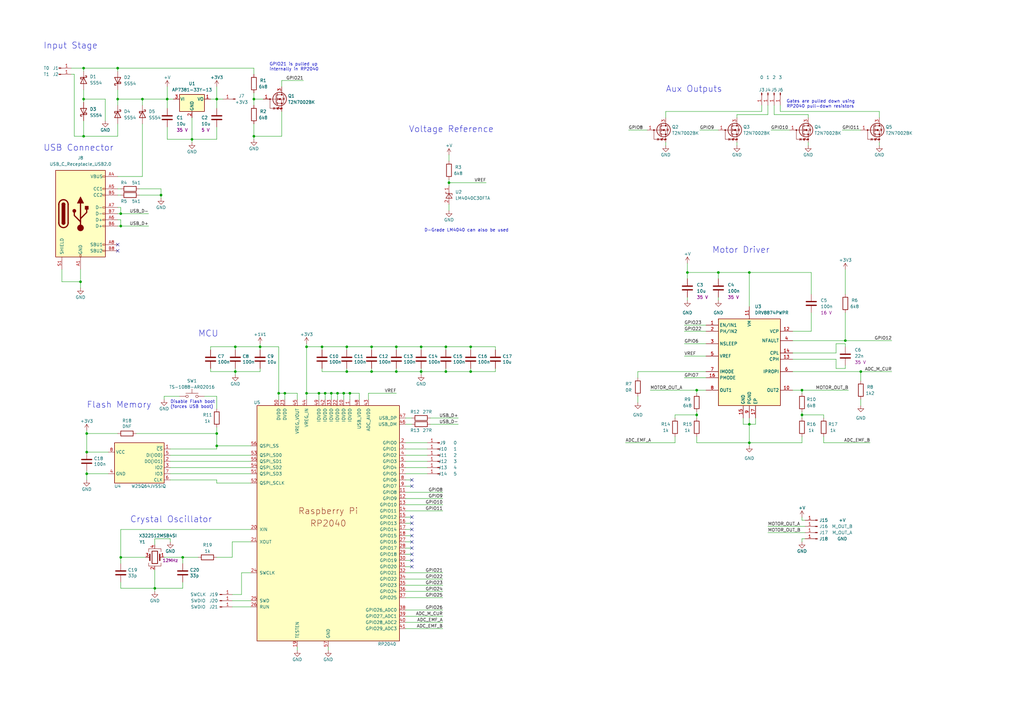
<source format=kicad_sch>
(kicad_sch (version 20230121) (generator eeschema)
  (paper "A3")
  (title_block (title "RP2040-Decoder (USB)") (date "2023-12-03") (rev "0.4"))
  (junction (at 184.15 74.93))
  (junction (at 182.88 152.4))
  (junction (at 48.26 27.94))
  (junction (at 193.04 142.24))
  (junction (at 143.51 161.29))
  (junction (at 142.24 152.4))
  (junction (at 182.88 142.24))
  (junction (at 34.29 40.64))
  (junction (at 66.04 80.01))
  (junction (at 49.53 228.6))
  (junction (at 162.56 142.24))
  (junction (at 132.08 142.24))
  (junction (at 152.4 142.24))
  (junction (at 33.02 115.57))
  (junction (at 172.72 152.4))
  (junction (at 328.93 160.02))
  (junction (at 104.14 40.64))
  (junction (at 328.93 170.18))
  (junction (at 96.52 152.4))
  (junction (at 49.53 92.71))
  (junction (at 140.97 161.29))
  (junction (at 114.3 161.29))
  (junction (at 96.52 142.24))
  (junction (at 353.06 152.4))
  (junction (at 133.35 161.29))
  (junction (at 88.9 40.64))
  (junction (at 88.9 177.8))
  (junction (at 104.14 55.88))
  (junction (at 63.5 241.3))
  (junction (at 35.56 194.31))
  (junction (at 48.26 40.64))
  (junction (at 116.84 161.29))
  (junction (at 285.75 170.18))
  (junction (at 307.34 111.76))
  (junction (at 125.73 142.24))
  (junction (at 138.43 161.29))
  (junction (at 172.72 142.24))
  (junction (at 68.58 40.64))
  (junction (at 74.93 228.6))
  (junction (at 307.34 181.61))
  (junction (at 49.53 87.63))
  (junction (at 125.73 161.29))
  (junction (at 106.68 142.24))
  (junction (at 307.34 173.99))
  (junction (at 294.64 111.76))
  (junction (at 193.04 152.4))
  (junction (at 35.56 177.8))
  (junction (at 346.71 139.7))
  (junction (at 162.56 152.4))
  (junction (at 152.4 152.4))
  (junction (at 281.94 111.76))
  (junction (at 130.81 161.29))
  (junction (at 34.29 27.94))
  (junction (at 34.29 55.88))
  (junction (at 35.56 185.42))
  (junction (at 135.89 161.29))
  (junction (at 142.24 142.24))
  (junction (at 58.42 40.64))
  (junction (at 88.9 182.88))
  (junction (at 285.75 160.02))
  (junction (at 78.74 57.15))
  (no_connect (at 168.91 229.87))
  (no_connect (at 168.91 217.17))
  (no_connect (at 168.91 196.85))
  (no_connect (at 168.91 212.09))
  (no_connect (at 168.91 219.71))
  (no_connect (at 168.91 214.63))
  (no_connect (at 168.91 222.25))
  (no_connect (at 168.91 227.33))
  (no_connect (at 48.26 102.87))
  (no_connect (at 168.91 199.39))
  (no_connect (at 168.91 232.41))
  (no_connect (at 48.26 100.33))
  (no_connect (at 168.91 224.79))
  (wire (pts (xy 68.58 35.56) (xy 68.58 40.64)))
  (wire (pts (xy 48.26 72.39) (xy 58.42 72.39)))
  (wire (pts (xy 88.9 182.88) (xy 102.87 182.88)))
  (wire (pts (xy 360.68 58.42) (xy 360.68 59.69)))
  (wire (pts (xy 307.34 173.99) (xy 307.34 181.61)))
  (wire (pts (xy 33.02 115.57) (xy 33.02 118.11)))
  (wire (pts (xy 121.92 265.43) (xy 121.92 266.7)))
  (wire (pts (xy 48.26 92.71) (xy 49.53 92.71)))
  (wire (pts (xy 257.81 53.34) (xy 265.43 53.34)))
  (wire (pts (xy 48.26 27.94) (xy 104.14 27.94)))
  (wire (pts (xy 132.08 143.51) (xy 132.08 142.24)))
  (wire (pts (xy 193.04 142.24) (xy 193.04 143.51)))
  (wire (pts (xy 172.72 153.67) (xy 172.72 152.4)))
  (wire (pts (xy 280.67 154.94) (xy 289.56 154.94)))
  (wire (pts (xy 316.23 53.34) (xy 323.85 53.34)))
  (wire (pts (xy 74.93 228.6) (xy 81.28 228.6)))
  (wire (pts (xy 34.29 40.64) (xy 34.29 41.91)))
  (wire (pts (xy 261.62 162.56) (xy 261.62 165.1)))
  (wire (pts (xy 66.04 80.01) (xy 66.04 81.28)))
  (wire (pts (xy 130.81 161.29) (xy 133.35 161.29)))
  (wire (pts (xy 166.37 250.19) (xy 181.61 250.19)))
  (wire (pts (xy 96.52 142.24) (xy 106.68 142.24)))
  (wire (pts (xy 74.93 238.76) (xy 74.93 241.3)))
  (wire (pts (xy 140.97 161.29) (xy 140.97 163.83)))
  (wire (pts (xy 116.84 161.29) (xy 116.84 163.83)))
  (wire (pts (xy 276.86 170.18) (xy 285.75 170.18)))
  (wire (pts (xy 142.24 142.24) (xy 142.24 143.51)))
  (wire (pts (xy 125.73 161.29) (xy 125.73 163.83)))
  (wire (pts (xy 66.04 77.47) (xy 66.04 80.01)))
  (wire (pts (xy 48.26 50.8) (xy 48.26 55.88)))
  (wire (pts (xy 63.5 220.98) (xy 69.85 220.98)))
  (wire (pts (xy 86.36 40.64) (xy 88.9 40.64)))
  (wire (pts (xy 25.4 115.57) (xy 33.02 115.57)))
  (wire (pts (xy 172.72 142.24) (xy 172.72 143.51)))
  (wire (pts (xy 176.53 173.99) (xy 187.96 173.99)))
  (wire (pts (xy 280.67 135.89) (xy 289.56 135.89)))
  (wire (pts (xy 328.93 168.91) (xy 328.93 170.18)))
  (wire (pts (xy 96.52 152.4) (xy 96.52 151.13)))
  (wire (pts (xy 166.37 232.41) (xy 168.91 232.41)))
  (wire (pts (xy 78.74 57.15) (xy 88.9 57.15)))
  (wire (pts (xy 25.4 110.49) (xy 25.4 115.57)))
  (wire (pts (xy 182.88 142.24) (xy 193.04 142.24)))
  (wire (pts (xy 96.52 142.24) (xy 96.52 143.51)))
  (wire (pts (xy 88.9 162.56) (xy 88.9 167.64)))
  (wire (pts (xy 86.36 152.4) (xy 96.52 152.4)))
  (wire (pts (xy 314.96 43.18) (xy 314.96 46.99)))
  (wire (pts (xy 273.05 58.42) (xy 273.05 59.69)))
  (wire (pts (xy 106.68 152.4) (xy 96.52 152.4)))
  (wire (pts (xy 68.58 40.64) (xy 68.58 44.45)))
  (wire (pts (xy 182.88 152.4) (xy 193.04 152.4)))
  (wire (pts (xy 328.93 220.98) (xy 328.93 222.25)))
  (wire (pts (xy 49.53 90.17) (xy 49.53 92.71)))
  (wire (pts (xy 331.47 46.99) (xy 331.47 48.26)))
  (wire (pts (xy 342.9 151.13) (xy 346.71 151.13)))
  (wire (pts (xy 48.26 90.17) (xy 49.53 90.17)))
  (wire (pts (xy 106.68 142.24) (xy 106.68 143.51)))
  (wire (pts (xy 99.06 243.84) (xy 99.06 234.95)))
  (wire (pts (xy 307.34 111.76) (xy 332.74 111.76)))
  (wire (pts (xy 48.26 36.83) (xy 48.26 40.64)))
  (wire (pts (xy 121.92 161.29) (xy 116.84 161.29)))
  (wire (pts (xy 125.73 142.24) (xy 125.73 161.29)))
  (wire (pts (xy 143.51 161.29) (xy 143.51 163.83)))
  (wire (pts (xy 166.37 252.73) (xy 181.61 252.73)))
  (wire (pts (xy 142.24 151.13) (xy 142.24 152.4)))
  (wire (pts (xy 134.62 265.43) (xy 134.62 266.7)))
  (wire (pts (xy 58.42 40.64) (xy 68.58 40.64)))
  (wire (pts (xy 34.29 29.21) (xy 34.29 27.94)))
  (wire (pts (xy 166.37 184.15) (xy 175.26 184.15)))
  (wire (pts (xy 86.36 143.51) (xy 86.36 142.24)))
  (wire (pts (xy 184.15 83.82) (xy 184.15 86.36)))
  (wire (pts (xy 166.37 245.11) (xy 181.61 245.11)))
  (wire (pts (xy 63.5 241.3) (xy 74.93 241.3)))
  (wire (pts (xy 328.93 160.02) (xy 325.12 160.02)))
  (wire (pts (xy 280.67 146.05) (xy 289.56 146.05)))
  (wire (pts (xy 43.18 40.64) (xy 34.29 40.64)))
  (wire (pts (xy 166.37 224.79) (xy 168.91 224.79)))
  (wire (pts (xy 281.94 107.95) (xy 281.94 111.76)))
  (wire (pts (xy 166.37 194.31) (xy 175.26 194.31)))
  (wire (pts (xy 184.15 74.93) (xy 184.15 76.2)))
  (wire (pts (xy 328.93 161.29) (xy 328.93 160.02)))
  (wire (pts (xy 294.64 111.76) (xy 294.64 114.3)))
  (wire (pts (xy 166.37 186.69) (xy 175.26 186.69)))
  (wire (pts (xy 88.9 175.26) (xy 88.9 177.8)))
  (wire (pts (xy 166.37 199.39) (xy 168.91 199.39)))
  (wire (pts (xy 95.25 246.38) (xy 102.87 246.38)))
  (wire (pts (xy 193.04 142.24) (xy 203.2 142.24)))
  (wire (pts (xy 74.93 228.6) (xy 74.93 231.14)))
  (wire (pts (xy 162.56 152.4) (xy 152.4 152.4)))
  (wire (pts (xy 95.25 243.84) (xy 99.06 243.84)))
  (wire (pts (xy 104.14 55.88) (xy 115.57 55.88)))
  (wire (pts (xy 332.74 128.27) (xy 332.74 135.89)))
  (wire (pts (xy 49.53 238.76) (xy 49.53 241.3)))
  (wire (pts (xy 34.29 55.88) (xy 48.26 55.88)))
  (wire (pts (xy 49.53 228.6) (xy 59.69 228.6)))
  (wire (pts (xy 166.37 212.09) (xy 168.91 212.09)))
  (wire (pts (xy 49.53 241.3) (xy 63.5 241.3)))
  (wire (pts (xy 104.14 50.8) (xy 104.14 55.88)))
  (wire (pts (xy 346.71 139.7) (xy 365.76 139.7)))
  (wire (pts (xy 138.43 161.29) (xy 138.43 163.83)))
  (wire (pts (xy 328.93 160.02) (xy 347.98 160.02)))
  (wire (pts (xy 88.9 228.6) (xy 95.25 228.6)))
  (wire (pts (xy 152.4 142.24) (xy 152.4 143.51)))
  (wire (pts (xy 33.02 110.49) (xy 33.02 115.57)))
  (wire (pts (xy 184.15 63.5) (xy 184.15 66.04)))
  (wire (pts (xy 302.26 46.99) (xy 314.96 46.99)))
  (wire (pts (xy 346.71 110.49) (xy 346.71 120.65)))
  (wire (pts (xy 69.85 191.77) (xy 102.87 191.77)))
  (wire (pts (xy 83.82 162.56) (xy 88.9 162.56)))
  (wire (pts (xy 172.72 152.4) (xy 162.56 152.4)))
  (wire (pts (xy 30.48 55.88) (xy 34.29 55.88)))
  (wire (pts (xy 325.12 147.32) (xy 342.9 147.32)))
  (wire (pts (xy 69.85 196.85) (xy 88.9 196.85)))
  (wire (pts (xy 353.06 152.4) (xy 365.76 152.4)))
  (wire (pts (xy 44.45 185.42) (xy 35.56 185.42)))
  (wire (pts (xy 151.13 163.83) (xy 151.13 161.29)))
  (wire (pts (xy 166.37 242.57) (xy 181.61 242.57)))
  (wire (pts (xy 78.74 48.26) (xy 78.74 57.15)))
  (wire (pts (xy 353.06 152.4) (xy 353.06 156.21)))
  (wire (pts (xy 330.2 220.98) (xy 328.93 220.98)))
  (wire (pts (xy 312.42 43.18) (xy 312.42 45.72)))
  (wire (pts (xy 166.37 240.03) (xy 181.61 240.03)))
  (wire (pts (xy 353.06 163.83) (xy 353.06 166.37)))
  (wire (pts (xy 133.35 161.29) (xy 133.35 163.83)))
  (wire (pts (xy 151.13 161.29) (xy 162.56 161.29)))
  (wire (pts (xy 342.9 144.78) (xy 342.9 140.97)))
  (wire (pts (xy 166.37 171.45) (xy 168.91 171.45)))
  (wire (pts (xy 78.74 57.15) (xy 68.58 57.15)))
  (wire (pts (xy 132.08 142.24) (xy 142.24 142.24)))
  (wire (pts (xy 325.12 152.4) (xy 353.06 152.4)))
  (wire (pts (xy 172.72 152.4) (xy 182.88 152.4)))
  (wire (pts (xy 203.2 152.4) (xy 193.04 152.4)))
  (wire (pts (xy 48.26 40.64) (xy 58.42 40.64)))
  (wire (pts (xy 312.42 45.72) (xy 273.05 45.72)))
  (wire (pts (xy 332.74 111.76) (xy 332.74 120.65)))
  (wire (pts (xy 287.02 53.34) (xy 294.64 53.34)))
  (wire (pts (xy 35.56 196.85) (xy 35.56 194.31)))
  (wire (pts (xy 67.31 228.6) (xy 74.93 228.6)))
  (wire (pts (xy 88.9 177.8) (xy 88.9 182.88)))
  (wire (pts (xy 49.53 228.6) (xy 49.53 231.14)))
  (wire (pts (xy 58.42 72.39) (xy 58.42 50.8)))
  (wire (pts (xy 166.37 257.81) (xy 181.61 257.81)))
  (wire (pts (xy 73.66 162.56) (xy 67.31 162.56)))
  (wire (pts (xy 285.75 161.29) (xy 285.75 160.02)))
  (wire (pts (xy 88.9 184.15) (xy 88.9 182.88)))
  (wire (pts (xy 142.24 152.4) (xy 152.4 152.4)))
  (wire (pts (xy 280.67 140.97) (xy 289.56 140.97)))
  (wire (pts (xy 276.86 181.61) (xy 276.86 179.07)))
  (wire (pts (xy 328.93 179.07) (xy 328.93 181.61)))
  (wire (pts (xy 43.18 49.53) (xy 43.18 40.64)))
  (wire (pts (xy 166.37 227.33) (xy 168.91 227.33)))
  (wire (pts (xy 68.58 57.15) (xy 68.58 52.07)))
  (wire (pts (xy 48.26 85.09) (xy 49.53 85.09)))
  (wire (pts (xy 34.29 27.94) (xy 48.26 27.94)))
  (wire (pts (xy 88.9 40.64) (xy 88.9 44.45)))
  (wire (pts (xy 302.26 58.42) (xy 302.26 59.69)))
  (wire (pts (xy 328.93 212.09) (xy 328.93 213.36)))
  (wire (pts (xy 135.89 161.29) (xy 138.43 161.29)))
  (wire (pts (xy 68.58 40.64) (xy 71.12 40.64)))
  (wire (pts (xy 63.5 233.68) (xy 63.5 241.3)))
  (wire (pts (xy 132.08 152.4) (xy 132.08 151.13)))
  (wire (pts (xy 34.29 36.83) (xy 34.29 40.64)))
  (wire (pts (xy 135.89 161.29) (xy 135.89 163.83)))
  (wire (pts (xy 49.53 217.17) (xy 49.53 228.6)))
  (wire (pts (xy 147.32 161.29) (xy 147.32 163.83)))
  (wire (pts (xy 35.56 194.31) (xy 35.56 193.04)))
  (wire (pts (xy 152.4 142.24) (xy 162.56 142.24)))
  (wire (pts (xy 88.9 57.15) (xy 88.9 52.07)))
  (wire (pts (xy 309.88 171.45) (xy 309.88 173.99)))
  (wire (pts (xy 166.37 191.77) (xy 175.26 191.77)))
  (wire (pts (xy 104.14 57.15) (xy 104.14 55.88)))
  (wire (pts (xy 184.15 74.93) (xy 199.39 74.93)))
  (wire (pts (xy 35.56 177.8) (xy 48.26 177.8)))
  (wire (pts (xy 166.37 237.49) (xy 181.61 237.49)))
  (wire (pts (xy 346.71 151.13) (xy 346.71 149.86)))
  (wire (pts (xy 320.04 43.18) (xy 320.04 45.72)))
  (wire (pts (xy 69.85 189.23) (xy 102.87 189.23)))
  (wire (pts (xy 166.37 201.93) (xy 181.61 201.93)))
  (wire (pts (xy 34.29 49.53) (xy 34.29 55.88)))
  (wire (pts (xy 203.2 142.24) (xy 203.2 143.51)))
  (wire (pts (xy 95.25 222.25) (xy 102.87 222.25)))
  (wire (pts (xy 152.4 151.13) (xy 152.4 152.4)))
  (wire (pts (xy 104.14 27.94) (xy 104.14 30.48)))
  (wire (pts (xy 66.04 80.01) (xy 57.15 80.01)))
  (wire (pts (xy 116.84 161.29) (xy 114.3 161.29)))
  (wire (pts (xy 175.26 181.61) (xy 166.37 181.61)))
  (wire (pts (xy 304.8 171.45) (xy 304.8 173.99)))
  (wire (pts (xy 281.94 111.76) (xy 294.64 111.76)))
  (wire (pts (xy 29.21 30.48) (xy 30.48 30.48)))
  (wire (pts (xy 48.26 29.21) (xy 48.26 27.94)))
  (wire (pts (xy 102.87 217.17) (xy 49.53 217.17)))
  (wire (pts (xy 86.36 151.13) (xy 86.36 152.4)))
  (wire (pts (xy 346.71 128.27) (xy 346.71 139.7)))
  (wire (pts (xy 360.68 45.72) (xy 360.68 48.26)))
  (wire (pts (xy 280.67 133.35) (xy 289.56 133.35)))
  (wire (pts (xy 140.97 161.29) (xy 143.51 161.29)))
  (wire (pts (xy 69.85 186.69) (xy 102.87 186.69)))
  (wire (pts (xy 256.54 181.61) (xy 276.86 181.61)))
  (wire (pts (xy 162.56 142.24) (xy 162.56 143.51)))
  (wire (pts (xy 285.75 168.91) (xy 285.75 170.18)))
  (wire (pts (xy 314.96 218.44) (xy 330.2 218.44)))
  (wire (pts (xy 273.05 45.72) (xy 273.05 48.26)))
  (wire (pts (xy 121.92 161.29) (xy 121.92 163.83)))
  (wire (pts (xy 166.37 229.87) (xy 168.91 229.87)))
  (wire (pts (xy 48.26 87.63) (xy 49.53 87.63)))
  (wire (pts (xy 328.93 213.36) (xy 330.2 213.36)))
  (wire (pts (xy 342.9 140.97) (xy 346.71 140.97)))
  (wire (pts (xy 203.2 151.13) (xy 203.2 152.4)))
  (wire (pts (xy 106.68 142.24) (xy 106.68 140.97)))
  (wire (pts (xy 132.08 152.4) (xy 142.24 152.4)))
  (wire (pts (xy 86.36 142.24) (xy 96.52 142.24)))
  (wire (pts (xy 162.56 142.24) (xy 172.72 142.24)))
  (wire (pts (xy 104.14 38.1) (xy 104.14 40.64)))
  (wire (pts (xy 67.31 162.56) (xy 67.31 163.83)))
  (wire (pts (xy 104.14 40.64) (xy 104.14 43.18)))
  (wire (pts (xy 307.34 111.76) (xy 307.34 125.73)))
  (wire (pts (xy 345.44 53.34) (xy 353.06 53.34)))
  (wire (pts (xy 337.82 170.18) (xy 337.82 171.45)))
  (wire (pts (xy 166.37 222.25) (xy 168.91 222.25)))
  (wire (pts (xy 307.34 181.61) (xy 328.93 181.61)))
  (wire (pts (xy 57.15 77.47) (xy 66.04 77.47)))
  (wire (pts (xy 337.82 181.61) (xy 337.82 179.07)))
  (wire (pts (xy 115.57 45.72) (xy 115.57 55.88)))
  (wire (pts (xy 285.75 170.18) (xy 285.75 171.45)))
  (wire (pts (xy 320.04 45.72) (xy 360.68 45.72)))
  (wire (pts (xy 78.74 57.15) (xy 78.74 58.42)))
  (wire (pts (xy 302.26 48.26) (xy 302.26 46.99)))
  (wire (pts (xy 285.75 181.61) (xy 285.75 179.07)))
  (wire (pts (xy 331.47 58.42) (xy 331.47 59.69)))
  (wire (pts (xy 138.43 161.29) (xy 140.97 161.29)))
  (wire (pts (xy 58.42 40.64) (xy 58.42 43.18)))
  (wire (pts (xy 48.26 80.01) (xy 49.53 80.01)))
  (wire (pts (xy 106.68 142.24) (xy 114.3 142.24)))
  (wire (pts (xy 63.5 220.98) (xy 63.5 223.52)))
  (wire (pts (xy 276.86 171.45) (xy 276.86 170.18)))
  (wire (pts (xy 69.85 184.15) (xy 88.9 184.15)))
  (wire (pts (xy 29.21 27.94) (xy 34.29 27.94)))
  (wire (pts (xy 166.37 209.55) (xy 181.61 209.55)))
  (wire (pts (xy 182.88 152.4) (xy 182.88 151.13)))
  (wire (pts (xy 346.71 140.97) (xy 346.71 142.24)))
  (wire (pts (xy 166.37 255.27) (xy 181.61 255.27)))
  (wire (pts (xy 96.52 153.67) (xy 96.52 152.4)))
  (wire (pts (xy 88.9 198.12) (xy 102.87 198.12)))
  (wire (pts (xy 294.64 123.19) (xy 294.64 121.92)))
  (wire (pts (xy 166.37 214.63) (xy 168.91 214.63)))
  (wire (pts (xy 325.12 139.7) (xy 346.71 139.7)))
  (wire (pts (xy 307.34 173.99) (xy 304.8 173.99)))
  (wire (pts (xy 106.68 151.13) (xy 106.68 152.4)))
  (wire (pts (xy 317.5 46.99) (xy 331.47 46.99)))
  (wire (pts (xy 166.37 234.95) (xy 181.61 234.95)))
  (wire (pts (xy 69.85 194.31) (xy 102.87 194.31)))
  (wire (pts (xy 166.37 196.85) (xy 168.91 196.85)))
  (wire (pts (xy 328.93 170.18) (xy 328.93 171.45)))
  (wire (pts (xy 266.7 160.02) (xy 285.75 160.02)))
  (wire (pts (xy 49.53 92.71) (xy 60.96 92.71)))
  (wire (pts (xy 314.96 215.9) (xy 330.2 215.9)))
  (wire (pts (xy 88.9 196.85) (xy 88.9 198.12)))
  (wire (pts (xy 332.74 135.89) (xy 325.12 135.89)))
  (wire (pts (xy 133.35 161.29) (xy 135.89 161.29)))
  (wire (pts (xy 166.37 189.23) (xy 175.26 189.23)))
  (wire (pts (xy 184.15 73.66) (xy 184.15 74.93)))
  (wire (pts (xy 162.56 151.13) (xy 162.56 152.4)))
  (wire (pts (xy 132.08 142.24) (xy 125.73 142.24)))
  (wire (pts (xy 309.88 173.99) (xy 307.34 173.99)))
  (wire (pts (xy 307.34 181.61) (xy 307.34 182.88)))
  (wire (pts (xy 281.94 111.76) (xy 281.94 114.3)))
  (wire (pts (xy 35.56 176.53) (xy 35.56 177.8)))
  (wire (pts (xy 166.37 173.99) (xy 168.91 173.99)))
  (wire (pts (xy 166.37 217.17) (xy 168.91 217.17)))
  (wire (pts (xy 166.37 207.01) (xy 181.61 207.01)))
  (wire (pts (xy 143.51 161.29) (xy 147.32 161.29)))
  (wire (pts (xy 48.26 40.64) (xy 48.26 43.18)))
  (wire (pts (xy 49.53 85.09) (xy 49.53 87.63)))
  (wire (pts (xy 130.81 161.29) (xy 125.73 161.29)))
  (wire (pts (xy 114.3 161.29) (xy 114.3 163.83)))
  (wire (pts (xy 99.06 234.95) (xy 102.87 234.95)))
  (wire (pts (xy 325.12 144.78) (xy 342.9 144.78)))
  (wire (pts (xy 285.75 160.02) (xy 289.56 160.02)))
  (wire (pts (xy 281.94 121.92) (xy 281.94 123.19)))
  (wire (pts (xy 63.5 241.3) (xy 63.5 242.57)))
  (wire (pts (xy 317.5 43.18) (xy 317.5 46.99)))
  (wire (pts (xy 166.37 204.47) (xy 181.61 204.47)))
  (wire (pts (xy 49.53 87.63) (xy 60.96 87.63)))
  (wire (pts (xy 95.25 228.6) (xy 95.25 222.25)))
  (wire (pts (xy 172.72 142.24) (xy 182.88 142.24)))
  (wire (pts (xy 69.85 220.98) (xy 69.85 222.25)))
  (wire (pts (xy 115.57 33.02) (xy 115.57 35.56)))
  (wire (pts (xy 95.25 248.92) (xy 102.87 248.92)))
  (wire (pts (xy 55.88 177.8) (xy 88.9 177.8)))
  (wire (pts (xy 166.37 219.71) (xy 168.91 219.71)))
  (wire (pts (xy 307.34 171.45) (xy 307.34 173.99)))
  (wire (pts (xy 285.75 181.61) (xy 307.34 181.61)))
  (wire (pts (xy 48.26 77.47) (xy 49.53 77.47)))
  (wire (pts (xy 125.73 140.97) (xy 125.73 142.24)))
  (wire (pts (xy 261.62 152.4) (xy 261.62 154.94)))
  (wire (pts (xy 142.24 142.24) (xy 152.4 142.24)))
  (wire (pts (xy 115.57 33.02) (xy 124.46 33.02)))
  (wire (pts (xy 104.14 40.64) (xy 107.95 40.64)))
  (wire (pts (xy 342.9 147.32) (xy 342.9 151.13)))
  (wire (pts (xy 88.9 35.56) (xy 88.9 40.64)))
  (wire (pts (xy 114.3 142.24) (xy 114.3 161.29)))
  (wire (pts (xy 193.04 152.4) (xy 193.04 151.13)))
  (wire (pts (xy 182.88 142.24) (xy 182.88 143.51)))
  (wire (pts (xy 307.34 111.76) (xy 294.64 111.76)))
  (wire (pts (xy 176.53 171.45) (xy 187.96 171.45)))
  (wire (pts (xy 130.81 163.83) (xy 130.81 161.29)))
  (wire (pts (xy 328.93 170.18) (xy 337.82 170.18)))
  (wire (pts (xy 30.48 30.48) (xy 30.48 55.88)))
  (wire (pts (xy 172.72 151.13) (xy 172.72 152.4)))
  (wire (pts (xy 337.82 181.61) (xy 356.87 181.61)))
  (wire (pts (xy 35.56 194.31) (xy 44.45 194.31)))
  (wire (pts (xy 88.9 40.64) (xy 91.44 40.64)))
  (wire (pts (xy 35.56 177.8) (xy 35.56 185.42)))
  (wire (pts (xy 261.62 152.4) (xy 289.56 152.4)))
  (text "Gates are pulled down using\nRP2040 pull-down resistors" (at 322.58 44.45 0) (effects (font (size 1.27 1.27)) (justify left bottom)))
  (text "Motor Driver" (at 292.1 104.14 0) (effects (font (size 2.54 2.54)) (justify left bottom)))
  (text "GPIO21 is pulled up\ninternally in RP2040" (at 110.49 29.21 0) (effects (font (size 1.27 1.27)) (justify left bottom)))
  (text "Aux Outputs" (at 273.05 38.1 0) (effects (font (size 2.54 2.54)) (justify left bottom)))
  (text "Crystal Oscillator" (at 53.34 214.63 0) (effects (font (size 2.54 2.54)) (justify left bottom)))
  (text "D-Grade LM4040 can also be used" (at 173.99 95.25 0) (effects (font (size 1.27 1.27)) (justify left bottom)))
  (text "Voltage Reference" (at 167.64 54.61 0) (effects (font (size 2.54 2.54)) (justify left bottom)))
  (text "USB Connector" (at 17.78 62.23 0) (effects (font (size 2.54 2.54)) (justify left bottom)))
  (text "Flash Memory" (at 35.56 167.64 0) (effects (font (size 2.54 2.54)) (justify left bottom)))
  (text "MCU" (at 81.28 138.43 0) (effects (font (size 2.54 2.54)) (justify left bottom)))
  (text "Disable Flash boot\n(forces USB boot)" (at 69.85 167.64 0) (effects (font (size 1.27 1.27)) (justify left bottom)))
  (text "Input Stage" (at 17.78 20.32 0) (effects (font (size 2.54 2.54)) (justify left bottom)))
  (label "GPIO24" (at 181.61 242.57 180))
  (label "GPIO10" (at 181.61 207.01 180))
  (label "VREF" (at 162.56 161.29 180))
  (label "GPIO23" (at 280.67 133.35 0))
  (label "ADC_EMF_A" (at 256.54 181.61 0))
  (label "VREF" (at 280.67 146.05 0))
  (label "ADC_EMF_A" (at 181.61 255.27 180))
  (label "GPIO11" (at 345.44 53.34 0))
  (label "GPIO22" (at 181.61 237.49 180))
  (label "GPIO6" (at 280.67 140.97 0))
  (label "GPIO21" (at 124.46 33.02 180))
  (label "ADC_M_CUR" (at 365.76 152.4 180))
  (label "VREF" (at 199.39 74.93 180))
  (label "ADC_EMF_B" (at 181.61 257.81 180))
  (label "MOTOR_OUT_B" (at 347.98 160.02 180))
  (label "GPIO8" (at 257.81 53.34 0))
  (label "GPIO10" (at 316.23 53.34 0))
  (label "GPIO9" (at 181.61 204.47 180))
  (label "GPIO11" (at 181.61 209.55 180))
  (label "MOTOR_OUT_A" (at 314.96 215.9 0))
  (label "USB_D+" (at 187.96 171.45 180))
  (label "MOTOR_OUT_A" (at 266.7 160.02 0))
  (label "GPIO25" (at 181.61 245.11 180))
  (label "GPIO22" (at 280.67 135.89 0))
  (label "USB_D-" (at 187.96 173.99 180))
  (label "GPIO23" (at 181.61 240.03 180))
  (label "GPIO21" (at 181.61 234.95 180))
  (label "GPIO8" (at 181.61 201.93 180))
  (label "USB_D-" (at 60.96 87.63 180))
  (label "GPIO26" (at 181.61 250.19 180))
  (label "ADC_M_CUR" (at 181.61 252.73 180))
  (label "MOTOR_OUT_B" (at 314.96 218.44 0))
  (label "GPIO9" (at 287.02 53.34 0))
  (label "ADC_EMF_B" (at 356.87 181.61 180))
  (label "USB_D+" (at 60.96 92.71 180))
  (label "GPIO12" (at 365.76 139.7 180))
  (label "GPIO7" (at 280.67 154.94 0))
  (symbol (lib_id "Device:C") (at 106.68 147.32 0) (unit 1)
    (property "Reference" "C9" (at 109.601 146.1516 0) (effects (justify left)))
    (property "Value" "10u" (at 109.601 148.463 0) (effects (justify left)))
    (property "Footprint" "RP2040-Decoder_Additional_Footprints:C_0603_1608Metric_Removed_Silkscreen" (effects hide))
  )
  (symbol (lib_id "Device:C") (at 142.24 147.32 0) (unit 1)
    (property "Reference" "C11" (at 145.161 146.1516 0) (effects (justify left)))
    (property "Value" "100n" (at 145.161 148.463 0) (effects (justify left)))
    (property "Footprint" "RP2040-Decoder_Additional_Footprints:C_0603_1608Metric_Removed_Silkscreen" (effects hide))
  )
  (symbol (lib_id "Device:C") (at 152.4 147.32 0) (unit 1)
    (property "Reference" "C12" (at 155.321 146.1516 0) (effects (justify left)))
    (property "Value" "100n" (at 155.321 148.463 0) (effects (justify left)))
    (property "Footprint" "RP2040-Decoder_Additional_Footprints:C_0603_1608Metric_Removed_Silkscreen" (effects hide))
  )
  (symbol (lib_id "Device:C") (at 162.56 147.32 0) (unit 1)
    (property "Reference" "C13" (at 165.481 146.1516 0) (effects (justify left)))
    (property "Value" "100n" (at 165.481 148.463 0) (effects (justify left)))
    (property "Footprint" "RP2040-Decoder_Additional_Footprints:C_0603_1608Metric_Removed_Silkscreen" (effects hide))
  )
  (symbol (lib_id "Device:C") (at 172.72 147.32 0) (unit 1)
    (property "Reference" "C14" (at 175.641 146.1516 0) (effects (justify left)))
    (property "Value" "100n" (at 175.641 148.463 0) (effects (justify left)))
    (property "Footprint" "RP2040-Decoder_Additional_Footprints:C_0603_1608Metric_Removed_Silkscreen" (effects hide))
  )
  (symbol (lib_id "power:+1V1") (at 106.68 140.97 0) (unit 1)
    (property "Reference" "#PWR018" (effects hide))
    (property "Value" "+1V1" (at 106.68 137.16 0))
  )
  (symbol (lib_id "Device:C") (at 96.52 147.32 0) (unit 1)
    (property "Reference" "C8" (at 99.441 146.1516 0) (effects (justify left)))
    (property "Value" "100n" (at 99.441 148.463 0) (effects (justify left)))
    (property "Footprint" "RP2040-Decoder_Additional_Footprints:C_0603_1608Metric_Removed_Silkscreen" (effects hide))
  )
  (symbol (lib_id "Device:C") (at 86.36 147.32 0) (unit 1)
    (property "Reference" "C7" (at 89.281 146.1516 0) (effects (justify left)))
    (property "Value" "100n" (at 89.281 148.463 0) (effects (justify left)))
    (property "Footprint" "RP2040-Decoder_Additional_Footprints:C_0603_1608Metric_Removed_Silkscreen" (effects hide))
  )
  (symbol (lib_id "Device:C") (at 182.88 147.32 0) (unit 1)
    (property "Reference" "C15" (at 185.801 146.1516 0) (effects (justify left)))
    (property "Value" "100n" (at 185.801 148.463 0) (effects (justify left)))
    (property "Footprint" "RP2040-Decoder_Additional_Footprints:C_0603_1608Metric_Removed_Silkscreen" (effects hide))
  )
  (symbol (lib_id "Device:C") (at 193.04 147.32 0) (unit 1)
    (property "Reference" "C16" (at 195.961 146.1516 0) (effects (justify left)))
    (property "Value" "100n" (at 195.961 148.463 0) (effects (justify left)))
    (property "Footprint" "RP2040-Decoder_Additional_Footprints:C_0603_1608Metric_Removed_Silkscreen" (effects hide))
  )
  (symbol (lib_id "Device:C") (at 35.56 189.23 0) (unit 1)
    (property "Reference" "C18" (at 38.481 188.0616 0) (effects (justify left)))
    (property "Value" "100n" (at 38.481 190.373 0) (effects (justify left)))
    (property "Footprint" "RP2040-Decoder_Additional_Footprints:C_0603_1608Metric_Removed_Silkscreen" (effects hide))
  )
  (symbol (lib_id "Device:R") (at 52.07 177.8 270) (unit 1)
    (property "Reference" "R18" (at 52.07 172.5422 90))
    (property "Value" "DNF" (at 52.07 174.8536 90))
    (property "Footprint" "RP2040-Decoder_Additional_Footprints:R_0603_1608Metric_Removed_Silkscreen" (effects hide))
  )
  (symbol (lib_id "Device:C") (at 49.53 234.95 0) (unit 1)
    (property "Reference" "C19" (at 52.451 233.7816 0) (effects (justify left)))
    (property "Value" "33p" (at 52.451 236.093 0) (effects (justify left)))
    (property "Footprint" "RP2040-Decoder_Additional_Footprints:C_0603_1608Metric_Removed_Silkscreen" (effects hide))
  )
  (symbol (lib_id "Device:C") (at 74.93 234.95 0) (unit 1)
    (property "Reference" "C20" (at 77.851 233.7816 0) (effects (justify left)))
    (property "Value" "33p" (at 77.851 236.093 0) (effects (justify left)))
    (property "Footprint" "RP2040-Decoder_Additional_Footprints:C_0603_1608Metric_Removed_Silkscreen" (effects hide))
  )
  (symbol (lib_id "power:GND") (at 63.5 242.57 0) (unit 1)
    (property "Reference" "#PWR031" (effects hide))
    (property "Value" "GND" (at 63.5 246.38 0))
  )
  (symbol (lib_id "Device:R") (at 85.09 228.6 270) (unit 1)
    (property "Reference" "R19" (at 85.09 223.52 90))
    (property "Value" "1k" (at 85.09 226.06 90))
    (property "Footprint" "RP2040-Decoder_Additional_Footprints:R_0603_1608Metric_Removed_Silkscreen" (effects hide))
  )
  (symbol (lib_id "Device:R") (at 104.14 46.99 180) (unit 1)
    (property "Reference" "R2" (at 107.95 45.72 0))
    (property "Value" "6k8" (at 107.95 48.26 0))
    (property "Footprint" "RP2040-Decoder_Additional_Footprints:R_0603_1608Metric_Removed_Silkscreen" (effects hide))
  )
  (symbol (lib_id "power:+3V3") (at 88.9 35.56 0) (mirror y) (unit 1)
    (property "Reference" "#PWR02" (effects hide))
    (property "Value" "+3V3" (at 88.9 31.75 0))
  )
  (symbol (lib_id "Device:R") (at 285.75 175.26 180) (unit 1)
    (property "Reference" "R15" (at 281.94 173.99 0))
    (property "Value" "1k" (at 281.94 176.53 0))
    (property "Footprint" "RP2040-Decoder_Additional_Footprints:R_0603_1608Metric_Removed_Silkscreen" (effects hide))
  )
  (symbol (lib_id "Device:C") (at 203.2 147.32 0) (unit 1)
    (property "Reference" "C17" (at 206.121 146.1516 0) (effects (justify left)))
    (property "Value" "10u" (at 206.121 148.463 0) (effects (justify left)))
    (property "Footprint" "RP2040-Decoder_Additional_Footprints:C_0603_1608Metric_Removed_Silkscreen" (effects hide))
  )
  (symbol (lib_id "power:GND") (at 328.93 222.25 0) (unit 1)
    (property "Reference" "#PWR030" (effects hide))
    (property "Value" "GND" (at 328.93 226.06 0))
  )
  (symbol (lib_id "Connector:Conn_01x01_Pin") (at 317.5 38.1 270) (unit 1)
    (property "Reference" "J5" (at 317.5 36.83 90))
    (property "Value" "2" (at 317.5 31.75 90))
    (property "Footprint" "TestPoint:TestPoint_Pad_D1.5mm" (effects hide))
  )
  (symbol (lib_id "RP2040-Decoder_Additional_Symbols:W25Q64JVSSIQ") (at 57.15 189.23 0) (unit 1)
    (property "Reference" "U4" (at 48.26 199.39 0))
    (property "Value" "W25Q64JVSSIQ" (at 60.96 199.39 0))
    (property "Footprint" "RP2040-Decoder_Additional_Footprints:SOIC-8_5.23x5.23mm_P1.27mm" (effects hide))
    (property "Datasheet" "https://www.winbond.com/resource-files/w25q64jv%20revj%2003272018%20plus.pdf" (effects hide))
  )
  (symbol (lib_id "power:GND") (at 69.85 222.25 0) (unit 1)
    (property "Reference" "#PWR029" (effects hide))
    (property "Value" "GND" (at 69.85 226.06 0))
  )
  (symbol (lib_id "Device:R") (at 346.71 124.46 0) (mirror x) (unit 1)
    (property "Reference" "R6" (at 350.52 123.19 0))
    (property "Value" "6k8" (at 350.52 125.73 0))
    (property "Footprint" "RP2040-Decoder_Additional_Footprints:R_0603_1608Metric_Removed_Silkscreen" (effects hide))
  )
  (symbol (lib_id "Device:C") (at 68.58 48.26 0) (unit 1)
    (property "Reference" "C1" (at 72.39 48.26 0) (effects (justify left)))
    (property "Value" "10u" (at 72.39 50.8 0) (effects (justify left)))
    (property "Footprint" "RP2040-Decoder_Additional_Footprints:C_0603_1608Metric_Removed_Silkscreen" (effects hide))
    (property "Voltage" "35 V" (at 72.39 53.34 0) (effects (justify left)))
  )
  (symbol (lib_id "RP2040-Decoder_Additional_Symbols:+V") (at 184.15 63.5 0) (unit 1)
    (property "Reference" "#PWR010" (effects hide))
    (property "Value" "+V" (at 184.15 59.69 0))
  )
  (symbol (lib_id "Connector:Conn_01x01_Pin") (at 180.34 186.69 180) (unit 1)
    (property "Reference" "J11" (at 181.61 186.69 0))
    (property "Value" "2" (at 186.69 186.69 0))
    (property "Footprint" "TestPoint:TestPoint_Pad_D1.0mm" (effects hide))
  )
  (symbol (lib_id "Connector:Conn_01x01_Pin") (at 180.34 194.31 180) (unit 1)
    (property "Reference" "J14" (at 181.61 194.31 0))
    (property "Value" "5" (at 186.69 194.31 0))
    (property "Footprint" "TestPoint:TestPoint_Pad_D1.0mm" (effects hide))
  )
  (symbol (lib_id "Connector:Conn_01x01_Pin") (at 180.34 181.61 180) (unit 1)
    (property "Reference" "J9" (at 181.61 181.61 0))
    (property "Value" "0" (at 186.69 181.61 0))
    (property "Footprint" "TestPoint:TestPoint_Pad_D1.0mm" (effects hide))
  )
  (symbol (lib_id "RP2040-Decoder_Additional_Symbols:T2N7002BK") (at 113.03 40.64 0) (unit 1)
    (property "Reference" "Q1" (at 118.11 39.37 0) (effects (justify left)))
    (property "Value" "T2N7002BK" (at 118.11 41.91 0) (effects (justify left)))
    (property "Footprint" "Package_TO_SOT_SMD:SOT-23" (effects hide))
    (property "Datasheet" "https://datasheet.lcsc.com/lcsc/1810271831_TOSHIBA-T2N7002BK-LM_C146372.pdf" (effects hide))
  )
  (symbol (lib_id "Device:R") (at 276.86 175.26 180) (unit 1)
    (property "Reference" "R14" (at 273.05 173.99 0))
    (property "Value" "1k" (at 273.05 176.53 0))
    (property "Footprint" "RP2040-Decoder_Additional_Footprints:R_0603_1608Metric_Removed_Silkscreen" (effects hide))
  )
  (symbol (lib_id "Connector:USB_C_Receptacle_USB2.0") (at 33.02 87.63 0) (unit 1)
    (property "Reference" "J8" (at 33.02 64.77 0))
    (property "Value" "USB_C_Receptacle_USB2.0" (at 33.02 67.31 0))
    (property "Footprint" "RP2040-Decoder_Additional_Footprints:USB_C_Receptacle_HRO_TYPE-C-31-M-12" (effects hide))
    (property "Datasheet" "https://www.usb.org/sites/default/files/documents/usb_type-c.zip" (effects hide))
    (property "Datasheet original reference" "https://datasheet.lcsc.com/lcsc/2205251630_Korean-Hroparts-Elec-TYPE-C-31-M-12_C165948.pdf" (effects hide))
  )
  (symbol (lib_id "RP2040-Decoder_Additional_Symbols:AP7381-33Y-13") (at 78.74 40.64 0) (unit 1)
    (property "Reference" "U1" (at 78.74 34.29 0))
    (property "Value" "AP7381-33Y-13" (at 78.74 36.83 0))
    (property "Footprint" "Package_TO_SOT_SMD:SOT-89-3" (effects hide))
    (property "Datasheet" "https://datasheet.lcsc.com/lcsc/2304140030_Diodes-Incorporated-AP7381-33Y-13_C460411.pdf" (effects hide))
  )
  (symbol (lib_id "Device:R") (at 184.15 69.85 0) (mirror x) (unit 1)
    (property "Reference" "R3" (at 187.96 68.58 0))
    (property "Value" "6k8" (at 187.96 71.12 0))
    (property "Footprint" "RP2040-Decoder_Additional_Footprints:R_0603_1608Metric_Removed_Silkscreen" (effects hide))
  )
  (symbol (lib_id "Device:R") (at 104.14 34.29 180) (unit 1)
    (property "Reference" "R1" (at 107.95 33.02 0))
    (property "Value" "6k8" (at 107.95 35.56 0))
    (property "Footprint" "RP2040-Decoder_Additional_Footprints:R_0603_1608Metric_Removed_Silkscreen" (effects hide))
  )
  (symbol (lib_id "Connector:Conn_01x01_Pin") (at 24.13 30.48 0) (unit 1)
    (property "Reference" "J2" (at 22.86 30.48 0))
    (property "Value" "T1" (at 19.05 30.48 0))
    (property "Footprint" "TestPoint:TestPoint_Pad_D2.0mm" (effects hide))
  )
  (symbol (lib_id "RP2040-Decoder_Additional_Symbols:SS54") (at 48.26 46.99 270) (unit 1)
    (property "Reference" "D4" (at 50.8 45.72 90) (effects (justify left)))
    (property "Value" "SS54" (at 50.8 48.26 90) (effects (justify left)))
    (property "Footprint" "Diode_SMD:D_SMA" (effects hide))
    (property "Datasheet" "https://datasheet.lcsc.com/lcsc/2308281515_hongjiacheng-SS54_C7420369.pdf" (effects hide))
  )
  (symbol (lib_id "power:GND") (at 78.74 58.42 0) (unit 1)
    (property "Reference" "#PWR05" (effects hide))
    (property "Value" "GND" (at 78.74 62.23 0))
  )
  (symbol (lib_id "Connector:Conn_01x01_Pin") (at 180.34 189.23 180) (unit 1)
    (property "Reference" "J12" (at 181.61 189.23 0))
    (property "Value" "3" (at 186.69 189.23 0))
    (property "Footprint" "TestPoint:TestPoint_Pad_D1.0mm" (effects hide))
  )
  (symbol (lib_id "Connector:Conn_01x01_Pin") (at 96.52 40.64 180) (unit 1)
    (property "Reference" "J7" (at 99.06 39.37 0))
    (property "Value" "+3V3" (at 99.06 41.91 0))
    (property "Footprint" "TestPoint:TestPoint_Pad_D2.0mm" (effects hide))
  )
  (symbol (lib_id "power:GND") (at 35.56 196.85 0) (unit 1)
    (property "Reference" "#PWR027" (effects hide))
    (property "Value" "GND" (at 35.56 200.66 0))
  )
  (symbol (lib_id "RP2040-Decoder_Additional_Symbols:DRV8874PWPR") (at 289.56 133.35 0) (unit 1)
    (property "Reference" "U3" (at 309.5341 125.73 0) (effects (justify left)))
    (property "Value" "DRV8874PWPR" (at 309.5341 128.27 0) (effects (justify left)))
    (property "Footprint" "RP2040-Decoder_Additional_Footprints:HTSSOP-16-1EP_4.4x5mm_P0.65mm_EP3.4x5mm_Mask2.46x2.31mm_ThermalVias" (effects hide))
    (property "Datasheet" "https://www.ti.com/lit/gpn/DRV8874" (effects hide))
    (property "Height" "1.2" (effects hide))
    (property "Mouser Part Number" "595-DRV8874PWPR" (effects hide))
    (property "Mouser Price/Stock" "https://www.mouser.co.uk/ProductDetail/Texas-Instruments/DRV8874PWPR?qs=mAH9sUMRCtvh%2FSU15ywmDA%3D%3D" (effects hide))
    (property "Manufacturer_Name" "Texas Instruments" (effects hide))
    (property "Manufacturer_Part_Number" "DRV8874PWPR" (effects hide))
  )
  (symbol (lib_id "power:GND") (at 360.68 59.69 0) (unit 1)
    (property "Reference" "#PWR09" (effects hide))
    (property "Value" "GND" (at 360.68 63.5 0))
  )
  (symbol (lib_id "RP2040-Decoder_Additional_Symbols:T2N7002BK") (at 328.93 53.34 0) (unit 1)
    (property "Reference" "Q4" (at 334.01 52.07 0) (effects (justify left)))
    (property "Value" "T2N7002BK" (at 334.01 54.61 0) (effects (justify left)))
    (property "Footprint" "Package_TO_SOT_SMD:SOT-23" (effects hide))
    (property "Datasheet" "https://datasheet.lcsc.com/lcsc/1810271831_TOSHIBA-T2N7002BK-LM_C146372.pdf" (effects hide))
  )
  (symbol (lib_id "power:GND") (at 294.64 123.19 0) (unit 1)
    (property "Reference" "#PWR017" (effects hide))
    (property "Value" "GND" (at 294.64 128.27 0))
  )
  (symbol (lib_id "Connector:Conn_01x01_Pin") (at 335.28 220.98 0) (mirror y) (unit 1)
    (property "Reference" "J18" (at 337.82 220.98 0))
    (property "Value" "GND" (at 345.44 220.98 0))
    (property "Footprint" "TestPoint:TestPoint_Pad_D2.0mm" (effects hide))
  )
  (symbol (lib_id "RP2040-Decoder_Additional_Symbols:RP2040") (at 134.62 214.63 0) (unit 1)
    (property "Reference" "U5" (at 105.41 165.1 0))
    (property "Value" "RP2040" (at 158.75 264.16 0))
    (property "Footprint" "Package_DFN_QFN:QFN-56-1EP_7x7mm_P0.4mm_EP3.2x3.2mm" (effects hide))
    (property "Datasheet" "https://datasheets.raspberrypi.com/rp2040/rp2040-datasheet.pdf" (effects hide))
  )
  (symbol (lib_id "Device:C") (at 88.9 48.26 0) (unit 1)
    (property "Reference" "C2" (at 82.55 48.26 0) (effects (justify left)))
    (property "Value" "10u" (at 82.55 50.8 0) (effects (justify left)))
    (property "Footprint" "RP2040-Decoder_Additional_Footprints:C_0603_1608Metric_Removed_Silkscreen" (effects hide))
    (property "Voltage" "5 V" (at 82.55 53.34 0) (effects (justify left)))
  )
  (symbol (lib_id "power:GND") (at 172.72 153.67 0) (unit 1)
    (property "Reference" "#PWR021" (effects hide))
    (property "Value" "GND" (at 172.72 157.48 0))
  )
  (symbol (lib_id "Device:R") (at 53.34 80.01 270) (unit 1)
    (property "Reference" "R5" (at 50.8 82.55 90))
    (property "Value" "5k1" (at 55.88 82.55 90))
    (property "Footprint" "RP2040-Decoder_Additional_Footprints:R_0603_1608Metric_Removed_Silkscreen" (effects hide))
  )
  (symbol (lib_id "Connector:Conn_01x01_Pin") (at 312.42 38.1 270) (unit 1)
    (property "Reference" "J3" (at 312.42 36.83 90))
    (property "Value" "0" (at 312.42 31.75 90))
    (property "Footprint" "TestPoint:TestPoint_Pad_D1.5mm" (effects hide))
  )
  (symbol (lib_id "power:GND") (at 302.26 59.69 0) (unit 1)
    (property "Reference" "#PWR07" (effects hide))
    (property "Value" "GND" (at 302.26 63.5 0))
  )
  (symbol (lib_id "power:GND") (at 67.31 163.83 0) (unit 1)
    (property "Reference" "#PWR022" (effects hide))
    (property "Value" "GND" (at 67.31 167.64 0))
  )
  (symbol (lib_id "RP2040-Decoder_Additional_Symbols:TS-1088-AR02016") (at 78.74 162.56 0) (unit 1)
    (property "Reference" "SW1" (at 78.74 156.21 0))
    (property "Value" "TS-1088-AR02016" (at 78.74 158.75 0))
    (property "Footprint" "RP2040-Decoder_Additional_Footprints:TS-1088-AR02016 _footprint" (effects hide))
    (property "Datasheet" "https://datasheet.lcsc.com/lcsc/2304140030_XUNPU-TS-1088-AR02016_C720477.pdf" (effects hide))
    (property "Manufacturer" "XUNPU" (effects hide))
  )
  (symbol (lib_id "RP2040-Decoder_Additional_Symbols:T2N7002BK") (at 270.51 53.34 0) (unit 1)
    (property "Reference" "Q2" (at 275.59 52.07 0) (effects (justify left)))
    (property "Value" "T2N7002BK" (at 275.59 54.61 0) (effects (justify left)))
    (property "Footprint" "Package_TO_SOT_SMD:SOT-23" (effects hide))
    (property "Datasheet" "https://datasheet.lcsc.com/lcsc/1810271831_TOSHIBA-T2N7002BK-LM_C146372.pdf" (effects hide))
  )
  (symbol (lib_id "Connector:Conn_01x01_Pin") (at 335.28 215.9 0) (mirror y) (unit 1)
    (property "Reference" "J16" (at 337.82 215.9 0))
    (property "Value" "M_OUT_B" (at 345.44 215.9 0))
    (property "Footprint" "TestPoint:TestPoint_Pad_D2.0mm" (effects hide))
  )
  (symbol (lib_id "power:GND") (at 261.62 165.1 0) (unit 1)
    (property "Reference" "#PWR023" (effects hide))
    (property "Value" "GND" (at 261.62 170.18 0))
  )
  (symbol (lib_id "power:GND") (at 353.06 166.37 0) (unit 1)
    (property "Reference" "#PWR024" (effects hide))
    (property "Value" "GND" (at 353.06 171.45 0))
  )
  (symbol (lib_id "power:GND") (at 66.04 81.28 0) (unit 1)
    (property "Reference" "#PWR011" (effects hide))
    (property "Value" "GND" (at 66.04 85.09 0))
  )
  (symbol (lib_id "power:GND") (at 307.34 182.88 0) (unit 1)
    (property "Reference" "#PWR026" (effects hide))
    (property "Value" "GND" (at 307.34 187.96 0))
  )
  (symbol (lib_id "Device:C") (at 281.94 118.11 0) (unit 1)
    (property "Reference" "C3" (at 285.75 116.84 0) (effects (justify left)))
    (property "Value" "10u" (at 285.75 119.38 0) (effects (justify left)))
    (property "Footprint" "RP2040-Decoder_Additional_Footprints:C_0603_1608Metric_Removed_Silkscreen" (effects hide))
    (property "Voltage" "35 V" (at 285.75 121.92 0) (effects (justify left)))
  )
  (symbol (lib_id "Device:R") (at 172.72 173.99 270) (unit 1)
    (property "Reference" "R13" (at 170.18 176.53 90))
    (property "Value" "27R" (at 175.26 176.53 90))
    (property "Footprint" "RP2040-Decoder_Additional_Footprints:R_0603_1608Metric_Removed_Silkscreen" (effects hide))
  )
  (symbol (lib_id "Connector:Conn_01x01_Pin") (at 24.13 27.94 0) (unit 1)
    (property "Reference" "J1" (at 22.86 27.94 0))
    (property "Value" "T0" (at 19.05 27.94 0))
    (property "Footprint" "TestPoint:TestPoint_Pad_D2.0mm" (effects hide))
  )
  (symbol (lib_id "Device:C") (at 332.74 124.46 0) (unit 1)
    (property "Reference" "C5" (at 336.55 123.19 0) (effects (justify left)))
    (property "Value" "100n" (at 336.55 125.73 0) (effects (justify left)))
    (property "Footprint" "RP2040-Decoder_Additional_Footprints:C_0603_1608Metric_Removed_Silkscreen" (effects hide))
    (property "Voltage" "16 V" (at 336.55 128.27 0) (effects (justify left)))
  )
  (symbol (lib_id "Device:R") (at 328.93 165.1 0) (mirror x) (unit 1)
    (property "Reference" "R10" (at 332.74 163.83 0))
    (property "Value" "6k8" (at 332.74 166.37 0))
    (property "Footprint" "RP2040-Decoder_Additional_Footprints:R_0603_1608Metric_Removed_Silkscreen" (effects hide))
  )
  (symbol (lib_id "RP2040-Decoder_Additional_Symbols:SS54") (at 34.29 45.72 90) (unit 1)
    (property "Reference" "D3" (at 36.83 44.7675 90) (effects (justify right)))
    (property "Value" "SS54" (at 36.83 47.3075 90) (effects (justify right)))
    (property "Footprint" "Diode_SMD:D_SMA" (effects hide))
    (property "Datasheet" "https://datasheet.lcsc.com/lcsc/2308281515_hongjiacheng-SS54_C7420369.pdf" (effects hide))
  )
  (symbol (lib_id "power:GND") (at 184.15 86.36 0) (mirror y) (unit 1)
    (property "Reference" "#PWR012" (effects hide))
    (property "Value" "GND" (at 184.15 90.17 0))
  )
  (symbol (lib_id "Device:R") (at 53.34 77.47 270) (unit 1)
    (property "Reference" "R4" (at 50.8 74.93 90))
    (property "Value" "5k1" (at 55.88 74.93 90))
    (property "Footprint" "RP2040-Decoder_Additional_Footprints:R_0603_1608Metric_Removed_Silkscreen" (effects hide))
  )
  (symbol (lib_id "Connector:Conn_01x01_Pin") (at 180.34 184.15 180) (unit 1)
    (property "Reference" "J10" (at 181.61 184.15 0))
    (property "Value" "1" (at 186.69 184.15 0))
    (property "Footprint" "TestPoint:TestPoint_Pad_D1.0mm" (effects hide))
  )
  (symbol (lib_id "Connector:Conn_01x01_Pin") (at 90.17 243.84 0) (unit 1)
    (property "Reference" "J19" (at 87.63 243.84 0))
    (property "Value" "SWCLK" (at 81.28 243.84 0))
    (property "Footprint" "TestPoint:TestPoint_Pad_D1.0mm" (effects hide))
  )
  (symbol (lib_id "RP2040-Decoder_Additional_Symbols:SS54") (at 34.29 33.02 270) (unit 1)
    (property "Reference" "D1" (at 36.83 31.4325 90) (effects (justify left)))
    (property "Value" "SS54" (at 36.83 33.9725 90) (effects (justify left)))
    (property "Footprint" "Diode_SMD:D_SMA" (effects hide))
    (property "Datasheet" "https://datasheet.lcsc.com/lcsc/2308281515_hongjiacheng-SS54_C7420369.pdf" (effects hide))
  )
  (symbol (lib_id "power:+3V3") (at 346.71 110.49 0) (mirror y) (unit 1)
    (property "Reference" "#PWR014" (effects hide))
    (property "Value" "+3V3" (at 346.71 106.68 0))
  )
  (symbol (lib_id "RP2040-Decoder_Additional_Symbols:LM4040C30FTA") (at 184.15 80.01 90) (unit 1)
    (property "Reference" "U2" (at 186.69 78.74 90) (effects (justify right)))
    (property "Value" "LM4040C30FTA" (at 186.69 81.28 90) (effects (justify right)))
    (property "Footprint" "Package_TO_SOT_SMD:SOT-23" (effects hide))
    (property "Datasheet" "https://www.diodes.com/assets/Datasheets/LM4040.pdf" (effects hide))
  )
  (symbol (lib_id "RP2040-Decoder_Additional_Symbols:+V") (at 281.94 107.95 0) (unit 1)
    (property "Reference" "#PWR013" (effects hide))
    (property "Value" "+V" (at 281.94 104.14 0))
  )
  (symbol (lib_id "power:GND") (at 134.62 266.7 0) (unit 1)
    (property "Reference" "#PWR033" (effects hide))
    (property "Value" "GND" (at 134.62 270.51 0))
  )
  (symbol (lib_id "power:GND") (at 33.02 118.11 0) (unit 1)
    (property "Reference" "#PWR015" (effects hide))
    (property "Value" "GND" (at 33.02 121.92 0))
  )
  (symbol (lib_id "power:GND") (at 121.92 266.7 0) (unit 1)
    (property "Reference" "#PWR032" (effects hide))
    (property "Value" "GND" (at 121.92 270.51 0))
  )
  (symbol (lib_id "Device:C") (at 294.64 118.11 0) (unit 1)
    (property "Reference" "C4" (at 298.45 116.84 0) (effects (justify left)))
    (property "Value" "100n" (at 298.45 119.38 0) (effects (justify left)))
    (property "Footprint" "RP2040-Decoder_Additional_Footprints:C_0603_1608Metric_Removed_Silkscreen" (effects hide))
    (property "Voltage" "35 V" (at 298.45 121.92 0) (effects (justify left)))
  )
  (symbol (lib_id "RP2040-Decoder_Additional_Symbols:T2N7002BK") (at 358.14 53.34 0) (unit 1)
    (property "Reference" "Q5" (at 363.22 52.07 0) (effects (justify left)))
    (property "Value" "T2N7002BK" (at 363.22 54.61 0) (effects (justify left)))
    (property "Footprint" "Package_TO_SOT_SMD:SOT-23" (effects hide))
    (property "Datasheet" "https://datasheet.lcsc.com/lcsc/1810271831_TOSHIBA-T2N7002BK-LM_C146372.pdf" (effects hide))
  )
  (symbol (lib_id "Connector:Conn_01x01_Pin") (at 320.04 38.1 270) (unit 1)
    (property "Reference" "J6" (at 320.04 36.83 90))
    (property "Value" "3" (at 320.04 31.75 90))
    (property "Footprint" "TestPoint:TestPoint_Pad_D1.5mm" (effects hide))
  )
  (symbol (lib_id "Device:R") (at 328.93 175.26 0) (mirror x) (unit 1)
    (property "Reference" "R16" (at 332.74 173.99 0))
    (property "Value" "1k" (at 332.74 176.53 0))
    (property "Footprint" "RP2040-Decoder_Additional_Footprints:R_0603_1608Metric_Removed_Silkscreen" (effects hide))
  )
  (symbol (lib_id "Device:R") (at 172.72 171.45 270) (unit 1)
    (property "Reference" "R12" (at 170.18 168.91 90))
    (property "Value" "27R" (at 175.26 168.91 90))
    (property "Footprint" "RP2040-Decoder_Additional_Footprints:R_0603_1608Metric_Removed_Silkscreen" (effects hide))
  )
  (symbol (lib_id "RP2040-Decoder_Additional_Symbols:+V") (at 68.58 35.56 0) (unit 1)
    (property "Reference" "#PWR01" (effects hide))
    (property "Value" "+V" (at 68.58 31.75 0))
  )
  (symbol (lib_id "RP2040-Decoder_Additional_Symbols:SS54") (at 58.42 46.99 270) (unit 1)
    (property "Reference" "D5" (at 60.96 45.72 90) (effects (justify left)))
    (property "Value" "SS54" (at 60.96 48.26 90) (effects (justify left)))
    (property "Footprint" "Diode_SMD:D_SMA" (effects hide))
    (property "Datasheet" "https://datasheet.lcsc.com/lcsc/2308281515_hongjiacheng-SS54_C7420369.pdf" (effects hide))
  )
  (symbol (lib_id "power:+3V3") (at 35.56 176.53 0) (mirror y) (unit 1)
    (property "Reference" "#PWR025" (effects hide))
    (property "Value" "+3V3" (at 35.56 172.72 0))
  )
  (symbol (lib_id "RP2040-Decoder_Additional_Symbols:SS54") (at 48.26 33.02 90) (unit 1)
    (property "Reference" "D2" (at 50.8 31.75 90) (effects (justify right)))
    (property "Value" "SS54" (at 50.8 34.29 90) (effects (justify right)))
    (property "Footprint" "Diode_SMD:D_SMA" (effects hide))
    (property "Datasheet" "https://datasheet.lcsc.com/lcsc/2308281515_hongjiacheng-SS54_C7420369.pdf" (effects hide))
  )
  (symbol (lib_id "Connector:Conn_01x01_Pin") (at 90.17 248.92 0) (unit 1)
    (property "Reference" "J21" (at 87.63 248.92 0))
    (property "Value" "SWDIO" (at 81.28 248.92 0))
    (property "Footprint" "TestPoint:TestPoint_Pad_D1.0mm" (effects hide))
  )
  (symbol (lib_id "Device:C") (at 346.71 146.05 180) (unit 1)
    (property "Reference" "C6" (at 350.52 143.51 0) (effects (justify right)))
    (property "Value" "22n" (at 350.52 146.05 0) (effects (justify right)))
    (property "Footprint" "RP2040-Decoder_Additional_Footprints:C_0603_1608Metric_Removed_Silkscreen" (effects hide))
    (property "Voltage" "35 V" (at 350.52 148.59 0) (effects (justify right)))
  )
  (symbol (lib_id "Device:R") (at 285.75 165.1 180) (unit 1)
    (property "Reference" "R9" (at 281.94 163.83 0))
    (property "Value" "6k8" (at 281.94 166.37 0))
    (property "Footprint" "RP2040-Decoder_Additional_Footprints:R_0603_1608Metric_Removed_Silkscreen" (effects hide))
  )
  (symbol (lib_id "Connector:Conn_01x01_Pin") (at 90.17 246.38 0) (unit 1)
    (property "Reference" "J20" (at 87.63 246.38 0))
    (property "Value" "SWDIO" (at 81.28 246.38 0))
    (property "Footprint" "TestPoint:TestPoint_Pad_D1.0mm" (effects hide))
  )
  (symbol (lib_id "power:GND") (at 273.05 59.69 0) (unit 1)
    (property "Reference" "#PWR06" (effects hide))
    (property "Value" "GND" (at 273.05 63.5 0))
  )
  (symbol (lib_id "power:+3V3") (at 125.73 140.97 0) (mirror y) (unit 1)
    (property "Reference" "#PWR019" (effects hide))
    (property "Value" "+3V3" (at 125.73 137.16 0))
  )
  (symbol (lib_id "RP2040-Decoder_Additional_Symbols:T2N7002BK") (at 299.72 53.34 0) (unit 1)
    (property "Reference" "Q3" (at 304.8 52.07 0) (effects (justify left)))
    (property "Value" "T2N7002BK" (at 304.8 54.61 0) (effects (justify left)))
    (property "Footprint" "Package_TO_SOT_SMD:SOT-23" (effects hide))
    (property "Datasheet" "https://datasheet.lcsc.com/lcsc/1810271831_TOSHIBA-T2N7002BK-LM_C146372.pdf" (effects hide))
  )
  (symbol (lib_id "RP2040-Decoder_Additional_Symbols:X322512MSB4SI") (at 63.5 228.6 180) (unit 1)
    (property "Reference" "Y1" (at 58.42 222.25 0))
    (property "Value" "X322512MSB4SI" (at 64.77 219.71 0))
    (property "Footprint" "Crystal:Crystal_SMD_3225-4Pin_3.2x2.5mm" (effects hide))
    (property "Datasheet" "https://datasheet.lcsc.com/lcsc/2103291203_Yangxing-Tech-X322512MSB4SI_C9002.pdf" (effects hide))
    (property "Frequency" "12MHz" (at 69.85 229.87 0))
  )
  (symbol (lib_id "Device:R") (at 88.9 171.45 180) (unit 1)
    (property "Reference" "R11" (at 85.09 170.18 0))
    (property "Value" "1k" (at 85.09 172.72 0))
    (property "Footprint" "RP2040-Decoder_Additional_Footprints:R_0603_1608Metric_Removed_Silkscreen" (effects hide))
  )
  (symbol (lib_id "power:GND") (at 96.52 153.67 0) (unit 1)
    (property "Reference" "#PWR020" (effects hide))
    (property "Value" "GND" (at 96.52 157.48 0))
  )
  (symbol (lib_id "Connector:Conn_01x01_Pin") (at 314.96 38.1 270) (unit 1)
    (property "Reference" "J4" (at 314.96 36.83 90))
    (property "Value" "1" (at 314.96 31.75 90))
    (property "Footprint" "TestPoint:TestPoint_Pad_D1.5mm" (effects hide))
  )
  (symbol (lib_id "Device:R") (at 261.62 158.75 180) (unit 1)
    (property "Reference" "R7" (at 257.81 157.48 0))
    (property "Value" "0R" (at 257.81 160.02 0))
    (property "Footprint" "RP2040-Decoder_Additional_Footprints:R_0603_1608Metric_Removed_Silkscreen" (effects hide))
  )
  (symbol (lib_id "power:GND") (at 104.14 57.15 0) (mirror y) (unit 1)
    (property "Reference" "#PWR04" (effects hide))
    (property "Value" "GND" (at 104.14 60.96 0))
  )
  (symbol (lib_id "RP2040-Decoder_Additional_Symbols:+V") (at 328.93 212.09 0) (mirror y) (unit 1)
    (property "Reference" "#PWR028" (effects hide))
    (property "Value" "+V" (at 328.93 208.28 0))
  )
  (symbol (lib_id "Device:R") (at 337.82 175.26 0) (mirror x) (unit 1)
    (property "Reference" "R17" (at 341.63 173.99 0))
    (property "Value" "1k" (at 341.63 176.53 0))
    (property "Footprint" "RP2040-Decoder_Additional_Footprints:R_0603_1608Metric_Removed_Silkscreen" (effects hide))
  )
  (symbol (lib_id "power:GND") (at 331.47 59.69 0) (unit 1)
    (property "Reference" "#PWR08" (effects hide))
    (property "Value" "GND" (at 331.47 63.5 0))
  )
  (symbol (lib_id "Connector:Conn_01x01_Pin") (at 180.34 191.77 180) (unit 1)
    (property "Reference" "J13" (at 181.61 191.77 0))
    (property "Value" "4" (at 186.69 191.77 0))
    (property "Footprint" "TestPoint:TestPoint_Pad_D1.0mm" (effects hide))
  )
  (symbol (lib_id "power:GND") (at 43.18 49.53 0) (mirror y) (unit 1)
    (property "Reference" "#PWR03" (effects hide))
    (property "Value" "GND" (at 43.18 53.34 0))
  )
  (symbol (lib_id "Device:C") (at 132.08 147.32 0) (unit 1)
    (property "Reference" "C10" (at 135.001 146.1516 0) (effects (justify left)))
    (property "Value" "100n" (at 135.001 148.463 0) (effects (justify left)))
    (property "Footprint" "RP2040-Decoder_Additional_Footprints:C_0603_1608Metric_Removed_Silkscreen" (effects hide))
  )
  (symbol (lib_id "Connector:Conn_01x01_Pin") (at 335.28 213.36 0) (mirror y) (unit 1)
    (property "Reference" "J15" (at 337.82 213.36 0))
    (property "Value" "+V" (at 345.44 213.36 0))
    (property "Footprint" "TestPoint:TestPoint_Pad_D2.0mm" (effects hide))
  )
  (symbol (lib_id "power:GND") (at 281.94 123.19 0) (unit 1)
    (property "Reference" "#PWR016" (effects hide))
    (property "Value" "GND" (at 281.94 128.27 0))
  )
  (symbol (lib_id "Connector:Conn_01x01_Pin") (at 335.28 218.44 0) (mirror y) (unit 1)
    (property "Reference" "J17" (at 337.82 218.44 0))
    (property "Value" "M_OUT_A" (at 345.44 218.44 0))
    (property "Footprint" "TestPoint:TestPoint_Pad_D2.0mm" (effects hide))
  )
  (symbol (lib_id "Device:R") (at 353.06 160.02 0) (mirror x) (unit 1)
    (property "Reference" "R8" (at 356.87 158.75 0))
    (property "Value" "1k2" (at 356.87 161.29 0))
    (property "Footprint" "RP2040-Decoder_Additional_Footprints:R_0603_1608Metric_Removed_Silkscreen" (effects hide))
  )
)
</source>
